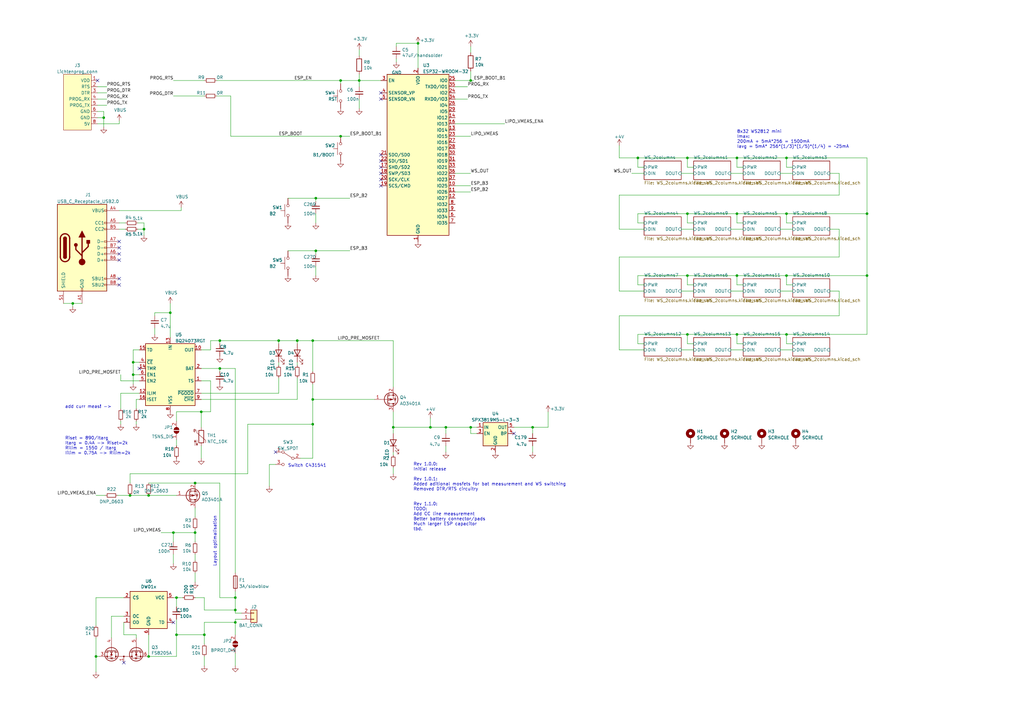
<source format=kicad_sch>
(kicad_sch (version 20230121) (generator eeschema)
  (paper "A3")
  (junction (at 176.53 175.26))
  (junction (at 322.58 113.03))
  (junction (at 90.17 151.13))
  (junction (at 128.27 139.7))
  (junction (at 96.52 250.19))
  (junction (at 322.58 64.77))
  (junction (at 302.26 87.63))
  (junction (at 82.55 168.91))
  (junction (at 171.45 17.78))
  (junction (at 139.7 55.88))
  (junction (at 302.26 113.03))
  (junction (at 355.6 113.03))
  (junction (at 96.52 255.27))
  (junction (at 147.32 33.02))
  (junction (at 302.26 64.77))
  (junction (at 80.01 198.12))
  (junction (at 281.94 64.77))
  (junction (at 193.04 33.02))
  (junction (at 54.61 148.59))
  (junction (at 72.39 260.35))
  (junction (at 42.545 48.26))
  (junction (at 90.17 139.7))
  (junction (at 96.52 245.11))
  (junction (at 281.94 113.03))
  (junction (at 261.62 64.77))
  (junction (at 129.54 102.87))
  (junction (at 161.29 175.26))
  (junction (at 69.85 128.27))
  (junction (at 80.01 218.44))
  (junction (at 129.54 81.28))
  (junction (at 59.055 93.98))
  (junction (at 355.6 87.63))
  (junction (at 72.39 245.11))
  (junction (at 281.94 137.16))
  (junction (at 54.61 153.67))
  (junction (at 281.94 87.63))
  (junction (at 139.7 33.02))
  (junction (at 83.82 260.35))
  (junction (at 71.12 218.44))
  (junction (at 128.27 163.83))
  (junction (at 39.37 269.24))
  (junction (at 182.88 175.26))
  (junction (at 193.04 175.26))
  (junction (at 302.26 137.16))
  (junction (at 114.3 139.7))
  (junction (at 60.96 269.24))
  (junction (at 322.58 137.16))
  (junction (at 53.34 203.2))
  (junction (at 60.96 203.2))
  (junction (at 128.27 173.99))
  (junction (at 218.44 175.26))
  (junction (at 29.845 124.46))
  (junction (at 322.58 87.63))
  (junction (at 121.92 139.7))
  (no_connect (at 156.21 76.2))
  (no_connect (at 48.895 104.14))
  (no_connect (at 210.82 177.8))
  (no_connect (at 156.21 71.12))
  (no_connect (at 40.005 33.02))
  (no_connect (at 57.15 151.13))
  (no_connect (at 48.895 99.06))
  (no_connect (at 71.12 255.27))
  (no_connect (at 156.21 66.04))
  (no_connect (at 156.21 68.58))
  (no_connect (at 50.8 271.78))
  (no_connect (at 156.21 73.66))
  (no_connect (at 156.21 40.64))
  (no_connect (at 48.895 116.84))
  (no_connect (at 48.895 101.6))
  (no_connect (at 48.895 114.3))
  (no_connect (at 48.895 106.68))
  (no_connect (at 113.03 185.42))
  (no_connect (at 156.21 63.5))
  (no_connect (at 156.21 38.1))
  (wire (pts (xy 129.54 91.44) (xy 129.54 87.63)))
  (wire (pts (xy 254 93.98) (xy 264.16 93.98)))
  (wire (pts (xy 147.32 33.02) (xy 147.32 30.48)))
  (wire (pts (xy 281.94 137.16) (xy 281.94 140.97)))
  (wire (pts (xy 113.03 190.5) (xy 110.49 190.5)))
  (wire (pts (xy 254 105.41) (xy 254 119.38)))
  (wire (pts (xy 218.44 175.26) (xy 224.79 175.26)))
  (wire (pts (xy 57.15 143.51) (xy 54.61 143.51)))
  (wire (pts (xy 71.12 227.33) (xy 71.12 231.14)))
  (wire (pts (xy 128.27 139.7) (xy 161.29 139.7)))
  (wire (pts (xy 171.45 27.94) (xy 171.45 17.78)))
  (wire (pts (xy 69.85 128.27) (xy 69.85 138.43)))
  (wire (pts (xy 80.01 222.25) (xy 80.01 218.44)))
  (wire (pts (xy 325.12 140.97) (xy 322.58 140.97)))
  (wire (pts (xy 29.845 124.46) (xy 33.655 124.46)))
  (wire (pts (xy 86.36 168.91) (xy 86.36 156.21)))
  (wire (pts (xy 39.37 269.24) (xy 40.64 269.24)))
  (wire (pts (xy 96.52 255.27) (xy 96.52 260.35)))
  (wire (pts (xy 83.82 273.05) (xy 83.82 269.24)))
  (wire (pts (xy 147.32 33.02) (xy 156.21 33.02)))
  (wire (pts (xy 128.27 163.83) (xy 128.27 173.99)))
  (wire (pts (xy 82.55 163.83) (xy 121.92 163.83)))
  (wire (pts (xy 72.39 180.34) (xy 72.39 182.88)))
  (wire (pts (xy 54.61 143.51) (xy 54.61 148.59)))
  (wire (pts (xy 186.69 71.12) (xy 193.04 71.12)))
  (wire (pts (xy 261.62 113.03) (xy 261.62 116.84)))
  (wire (pts (xy 193.04 19.05) (xy 193.04 21.59)))
  (wire (pts (xy 210.82 175.26) (xy 218.44 175.26)))
  (wire (pts (xy 279.4 93.98) (xy 284.48 93.98)))
  (wire (pts (xy 147.32 20.32) (xy 147.32 22.86)))
  (wire (pts (xy 186.69 33.02) (xy 193.04 33.02)))
  (wire (pts (xy 80.01 218.44) (xy 80.01 217.17)))
  (wire (pts (xy 161.29 191.77) (xy 161.29 194.31)))
  (wire (pts (xy 128.27 173.99) (xy 128.27 187.96)))
  (wire (pts (xy 80.01 212.09) (xy 80.01 208.28)))
  (wire (pts (xy 99.06 251.46) (xy 96.52 251.46)))
  (wire (pts (xy 88.9 33.02) (xy 139.7 33.02)))
  (wire (pts (xy 54.61 153.67) (xy 54.61 157.48)))
  (wire (pts (xy 254 80.01) (xy 254 93.98)))
  (wire (pts (xy 80.01 238.76) (xy 80.01 234.95)))
  (wire (pts (xy 43.815 43.18) (xy 40.005 43.18)))
  (wire (pts (xy 281.94 137.16) (xy 302.26 137.16)))
  (wire (pts (xy 147.32 33.02) (xy 147.32 35.56)))
  (wire (pts (xy 99.06 254) (xy 96.52 254)))
  (wire (pts (xy 344.17 129.54) (xy 254 129.54)))
  (wire (pts (xy 299.72 143.51) (xy 304.8 143.51)))
  (wire (pts (xy 48.895 93.98) (xy 51.435 93.98)))
  (wire (pts (xy 304.8 91.44) (xy 302.26 91.44)))
  (wire (pts (xy 48.895 49.53) (xy 48.895 50.8)))
  (wire (pts (xy 162.56 19.05) (xy 162.56 17.78)))
  (wire (pts (xy 264.16 116.84) (xy 261.62 116.84)))
  (wire (pts (xy 50.8 260.35) (xy 50.8 255.27)))
  (wire (pts (xy 299.72 71.12) (xy 304.8 71.12)))
  (wire (pts (xy 302.26 64.77) (xy 302.26 68.58)))
  (wire (pts (xy 129.54 81.28) (xy 129.54 82.55)))
  (wire (pts (xy 96.52 245.11) (xy 96.52 250.19)))
  (wire (pts (xy 322.58 137.16) (xy 322.58 140.97)))
  (wire (pts (xy 57.15 161.29) (xy 49.53 161.29)))
  (wire (pts (xy 279.4 71.12) (xy 284.48 71.12)))
  (wire (pts (xy 340.36 71.12) (xy 344.17 71.12)))
  (wire (pts (xy 42.545 48.26) (xy 42.545 52.07)))
  (wire (pts (xy 320.04 119.38) (xy 325.12 119.38)))
  (wire (pts (xy 193.04 177.8) (xy 193.04 175.26)))
  (wire (pts (xy 48.895 86.36) (xy 74.295 86.36)))
  (wire (pts (xy 60.96 269.24) (xy 60.96 260.35)))
  (wire (pts (xy 48.26 203.2) (xy 53.34 203.2)))
  (wire (pts (xy 83.82 260.35) (xy 83.82 255.27)))
  (wire (pts (xy 193.04 78.74) (xy 186.69 78.74)))
  (wire (pts (xy 224.79 168.91) (xy 224.79 175.26)))
  (wire (pts (xy 261.62 87.63) (xy 281.94 87.63)))
  (wire (pts (xy 39.37 245.11) (xy 50.8 245.11)))
  (wire (pts (xy 281.94 64.77) (xy 281.94 68.58)))
  (wire (pts (xy 121.92 149.86) (xy 121.92 148.59)))
  (wire (pts (xy 82.55 143.51) (xy 86.36 143.51)))
  (wire (pts (xy 29.845 124.46) (xy 29.845 125.73)))
  (wire (pts (xy 264.16 91.44) (xy 261.62 91.44)))
  (wire (pts (xy 90.17 198.12) (xy 90.17 245.11)))
  (wire (pts (xy 26.035 124.46) (xy 29.845 124.46)))
  (wire (pts (xy 71.12 245.11) (xy 72.39 245.11)))
  (wire (pts (xy 218.44 175.26) (xy 218.44 177.8)))
  (wire (pts (xy 322.58 64.77) (xy 322.58 68.58)))
  (wire (pts (xy 302.26 137.16) (xy 302.26 140.97)))
  (wire (pts (xy 344.17 119.38) (xy 344.17 129.54)))
  (wire (pts (xy 355.6 87.63) (xy 355.6 64.77)))
  (wire (pts (xy 281.94 64.77) (xy 261.62 64.77)))
  (wire (pts (xy 96.52 242.57) (xy 96.52 245.11)))
  (wire (pts (xy 147.32 44.45) (xy 147.32 40.64)))
  (wire (pts (xy 40.005 45.72) (xy 42.545 45.72)))
  (wire (pts (xy 39.37 275.59) (xy 39.37 269.24)))
  (wire (pts (xy 83.82 250.19) (xy 83.82 245.11)))
  (wire (pts (xy 325.12 68.58) (xy 322.58 68.58)))
  (wire (pts (xy 94.615 55.88) (xy 139.7 55.88)))
  (wire (pts (xy 182.88 175.26) (xy 193.04 175.26)))
  (wire (pts (xy 54.61 148.59) (xy 54.61 153.67)))
  (wire (pts (xy 86.36 156.21) (xy 82.55 156.21)))
  (wire (pts (xy 53.34 194.31) (xy 53.34 198.12)))
  (wire (pts (xy 302.26 87.63) (xy 302.26 91.44)))
  (wire (pts (xy 59.055 93.98) (xy 59.055 91.44)))
  (wire (pts (xy 49.53 172.72) (xy 49.53 173.99)))
  (wire (pts (xy 114.3 149.86) (xy 114.3 148.59)))
  (wire (pts (xy 355.6 137.16) (xy 355.6 113.03)))
  (wire (pts (xy 114.3 139.7) (xy 114.3 140.97)))
  (wire (pts (xy 90.17 139.7) (xy 90.17 140.97)))
  (wire (pts (xy 74.295 85.09) (xy 74.295 86.36)))
  (wire (pts (xy 82.55 161.29) (xy 114.3 161.29)))
  (wire (pts (xy 101.6 173.99) (xy 101.6 194.31)))
  (wire (pts (xy 186.69 40.64) (xy 191.77 40.64)))
  (wire (pts (xy 261.62 87.63) (xy 261.62 91.44)))
  (wire (pts (xy 322.58 87.63) (xy 355.6 87.63)))
  (wire (pts (xy 40.005 38.1) (xy 43.815 38.1)))
  (wire (pts (xy 193.04 76.2) (xy 186.69 76.2)))
  (wire (pts (xy 90.17 152.4) (xy 90.17 151.13)))
  (wire (pts (xy 51.435 91.44) (xy 48.895 91.44)))
  (wire (pts (xy 86.36 168.91) (xy 82.55 168.91)))
  (wire (pts (xy 39.37 203.2) (xy 43.18 203.2)))
  (wire (pts (xy 129.54 81.28) (xy 143.51 81.28)))
  (wire (pts (xy 39.37 261.62) (xy 39.37 269.24)))
  (wire (pts (xy 80.01 245.11) (xy 83.82 245.11)))
  (wire (pts (xy 261.62 137.16) (xy 281.94 137.16)))
  (wire (pts (xy 193.04 55.88) (xy 186.69 55.88)))
  (wire (pts (xy 129.54 113.03) (xy 129.54 109.22)))
  (wire (pts (xy 162.56 24.13) (xy 162.56 25.4)))
  (wire (pts (xy 53.34 203.2) (xy 60.96 203.2)))
  (wire (pts (xy 161.29 175.26) (xy 161.29 177.8)))
  (wire (pts (xy 261.62 113.03) (xy 281.94 113.03)))
  (wire (pts (xy 72.39 260.35) (xy 83.82 260.35)))
  (wire (pts (xy 45.72 261.62) (xy 45.72 252.73)))
  (wire (pts (xy 82.55 182.88) (xy 82.55 187.96)))
  (wire (pts (xy 40.005 48.26) (xy 42.545 48.26)))
  (wire (pts (xy 55.88 261.62) (xy 55.88 260.35)))
  (wire (pts (xy 344.17 105.41) (xy 254 105.41)))
  (wire (pts (xy 147.32 33.02) (xy 139.7 33.02)))
  (wire (pts (xy 90.17 151.13) (xy 96.52 151.13)))
  (wire (pts (xy 279.4 119.38) (xy 284.48 119.38)))
  (wire (pts (xy 302.26 113.03) (xy 322.58 113.03)))
  (wire (pts (xy 83.82 255.27) (xy 96.52 255.27)))
  (wire (pts (xy 302.26 137.16) (xy 322.58 137.16)))
  (wire (pts (xy 161.29 175.26) (xy 176.53 175.26)))
  (wire (pts (xy 59.055 96.52) (xy 59.055 93.98)))
  (wire (pts (xy 121.92 139.7) (xy 121.92 140.97)))
  (wire (pts (xy 193.04 33.02) (xy 194.31 33.02)))
  (wire (pts (xy 57.15 153.67) (xy 54.61 153.67)))
  (wire (pts (xy 69.85 124.46) (xy 69.85 128.27)))
  (wire (pts (xy 302.26 64.77) (xy 281.94 64.77)))
  (wire (pts (xy 80.01 229.87) (xy 80.01 227.33)))
  (wire (pts (xy 82.55 168.91) (xy 72.39 168.91)))
  (wire (pts (xy 110.49 190.5) (xy 110.49 199.39)))
  (wire (pts (xy 344.17 71.12) (xy 344.17 80.01)))
  (wire (pts (xy 83.82 250.19) (xy 96.52 250.19)))
  (wire (pts (xy 60.96 203.2) (xy 72.39 203.2)))
  (wire (pts (xy 261.62 64.77) (xy 261.62 68.58)))
  (wire (pts (xy 281.94 113.03) (xy 302.26 113.03)))
  (wire (pts (xy 40.005 35.56) (xy 43.815 35.56)))
  (wire (pts (xy 55.88 172.72) (xy 55.88 173.99)))
  (wire (pts (xy 322.58 87.63) (xy 322.58 91.44)))
  (wire (pts (xy 114.3 154.94) (xy 114.3 161.29)))
  (wire (pts (xy 281.94 113.03) (xy 281.94 116.84)))
  (wire (pts (xy 128.27 139.7) (xy 128.27 152.4)))
  (wire (pts (xy 254 129.54) (xy 254 143.51)))
  (wire (pts (xy 96.52 254) (xy 96.52 255.27)))
  (wire (pts (xy 118.11 102.87) (xy 129.54 102.87)))
  (wire (pts (xy 302.26 87.63) (xy 322.58 87.63)))
  (wire (pts (xy 176.53 175.26) (xy 182.88 175.26)))
  (wire (pts (xy 82.55 151.13) (xy 90.17 151.13)))
  (wire (pts (xy 281.94 87.63) (xy 281.94 91.44)))
  (wire (pts (xy 344.17 93.98) (xy 340.36 93.98)))
  (wire (pts (xy 45.72 252.73) (xy 50.8 252.73)))
  (wire (pts (xy 171.45 17.78) (xy 162.56 17.78)))
  (wire (pts (xy 90.17 139.7) (xy 114.3 139.7)))
  (wire (pts (xy 55.88 163.83) (xy 55.88 167.64)))
  (wire (pts (xy 71.12 218.44) (xy 80.01 218.44)))
  (wire (pts (xy 161.29 158.75) (xy 161.29 139.7)))
  (wire (pts (xy 40.005 50.8) (xy 48.895 50.8)))
  (wire (pts (xy 72.39 254) (xy 72.39 260.35)))
  (wire (pts (xy 72.39 245.11) (xy 74.93 245.11)))
  (wire (pts (xy 186.69 50.8) (xy 207.01 50.8)))
  (wire (pts (xy 186.69 35.56) (xy 191.77 35.56)))
  (wire (pts (xy 128.27 187.96) (xy 123.19 187.96)))
  (wire (pts (xy 86.36 139.7) (xy 90.17 139.7)))
  (wire (pts (xy 121.92 154.94) (xy 121.92 163.83)))
  (wire (pts (xy 254 64.77) (xy 261.62 64.77)))
  (wire (pts (xy 42.545 45.72) (xy 42.545 48.26)))
  (wire (pts (xy 320.04 93.98) (xy 325.12 93.98)))
  (wire (pts (xy 322.58 113.03) (xy 355.6 113.03)))
  (wire (pts (xy 281.94 87.63) (xy 302.26 87.63)))
  (wire (pts (xy 71.12 218.44) (xy 71.12 222.25)))
  (wire (pts (xy 193.04 177.8) (xy 195.58 177.8)))
  (wire (pts (xy 259.08 71.12) (xy 264.16 71.12)))
  (wire (pts (xy 284.48 91.44) (xy 281.94 91.44)))
  (wire (pts (xy 261.62 137.16) (xy 261.62 140.97)))
  (wire (pts (xy 121.92 139.7) (xy 114.3 139.7)))
  (wire (pts (xy 304.8 68.58) (xy 302.26 68.58)))
  (wire (pts (xy 63.5 128.27) (xy 69.85 128.27)))
  (wire (pts (xy 63.5 137.16) (xy 63.5 134.62)))
  (wire (pts (xy 63.5 129.54) (xy 63.5 128.27)))
  (wire (pts (xy 193.04 29.21) (xy 193.04 33.02)))
  (wire (pts (xy 57.15 156.21) (xy 49.53 156.21)))
  (wire (pts (xy 161.29 168.91) (xy 161.29 175.26)))
  (wire (pts (xy 344.17 80.01) (xy 254 80.01)))
  (wire (pts (xy 182.88 185.42) (xy 182.88 182.88)))
  (wire (pts (xy 80.01 198.12) (xy 90.17 198.12)))
  (wire (pts (xy 161.29 185.42) (xy 161.29 186.69)))
  (wire (pts (xy 96.52 267.97) (xy 96.52 273.05)))
  (wire (pts (xy 43.815 40.64) (xy 40.005 40.64)))
  (wire (pts (xy 49.53 156.21) (xy 49.53 153.67)))
  (wire (pts (xy 66.04 218.44) (xy 71.12 218.44)))
  (wire (pts (xy 254 143.51) (xy 264.16 143.51)))
  (wire (pts (xy 299.72 119.38) (xy 304.8 119.38)))
  (wire (pts (xy 71.12 33.02) (xy 83.82 33.02)))
  (wire (pts (xy 39.37 245.11) (xy 39.37 256.54)))
  (wire (pts (xy 129.54 102.87) (xy 143.51 102.87)))
  (wire (pts (xy 344.17 93.98) (xy 344.17 105.41)))
  (wire (pts (xy 304.8 116.84) (xy 302.26 116.84)))
  (wire (pts (xy 355.6 64.77) (xy 322.58 64.77)))
  (wire (pts (xy 96.52 251.46) (xy 96.52 250.19)))
  (wire (pts (xy 57.15 163.83) (xy 55.88 163.83)))
  (wire (pts (xy 299.72 93.98) (xy 304.8 93.98)))
  (wire (pts (xy 182.88 177.8) (xy 182.88 175.26)))
  (wire (pts (xy 72.39 260.35) (xy 72.39 269.24)))
  (wire (pts (xy 139.7 55.88) (xy 143.51 55.88)))
  (wire (pts (xy 193.04 175.26) (xy 195.58 175.26)))
  (wire (pts (xy 254 59.69) (xy 254 64.77)))
  (wire (pts (xy 139.7 33.02) (xy 139.7 34.29)))
  (wire (pts (xy 355.6 113.03) (xy 355.6 87.63)))
  (wire (pts (xy 320.04 143.51) (xy 325.12 143.51)))
  (wire (pts (xy 128.27 163.83) (xy 153.67 163.83)))
  (wire (pts (xy 176.53 171.45) (xy 176.53 175.26)))
  (wire (pts (xy 72.39 245.11) (xy 72.39 248.92)))
  (wire (pts (xy 96.52 245.11) (xy 90.17 245.11)))
  (wire (pts (xy 284.48 140.97) (xy 281.94 140.97)))
  (wire (pts (xy 82.55 175.26) (xy 82.55 168.91)))
  (wire (pts (xy 72.39 168.91) (xy 72.39 172.72)))
  (wire (pts (xy 60.96 198.12) (xy 80.01 198.12)))
  (wire (pts (xy 128.27 173.99) (xy 101.6 173.99)))
  (wire (pts (xy 56.515 93.98) (xy 59.055 93.98)))
  (wire (pts (xy 304.8 140.97) (xy 302.26 140.97)))
  (wire (pts (xy 279.4 143.51) (xy 284.48 143.51)))
  (wire (pts (xy 284.48 116.84) (xy 281.94 116.84)))
  (wire (pts (xy 55.88 260.35) (xy 50.8 260.35)))
  (wire (pts (xy 325.12 91.44) (xy 322.58 91.44)))
  (wire (pts (xy 322.58 113.03) (xy 322.58 116.84)))
  (wire (pts (xy 320.04 71.12) (xy 325.12 71.12)))
  (wire (pts (xy 94.615 39.37) (xy 88.9 39.37)))
  (wire (pts (xy 302.26 113.03) (xy 302.26 116.84)))
  (wire (pts (xy 121.92 139.7) (xy 128.27 139.7)))
  (wire (pts (xy 129.54 102.87) (xy 129.54 104.14)))
  (wire (pts (xy 218.44 185.42) (xy 218.44 182.88)))
  (wire (pts (xy 71.12 39.37) (xy 83.82 39.37)))
  (wire (pts (xy 59.055 91.44) (xy 56.515 91.44)))
  (wire (pts (xy 322.58 137.16) (xy 355.6 137.16)))
  (wire (pts (xy 322.58 64.77) (xy 302.26 64.77)))
  (wire (pts (xy 96.52 151.13) (xy 96.52 234.95)))
  (wire (pts (xy 128.27 157.48) (xy 128.27 163.83)))
  (wire (pts (xy 344.17 119.38) (xy 340.36 119.38)))
  (wire (pts (xy 57.15 148.59) (xy 54.61 148.59)))
  (wire (pts (xy 254 119.38) (xy 264.16 119.38)))
  (wire (pts (xy 264.16 140.97) (xy 261.62 140.97)))
  (wire (pts (xy 86.36 143.51) (xy 86.36 139.7)))
  (wire (pts (xy 101.6 194.31) (xy 53.34 194.31)))
  (wire (pts (xy 49.53 161.29) (xy 49.53 167.64)))
  (wire (pts (xy 72.39 269.24) (xy 60.96 269.24)))
  (wire (pts (xy 284.48 68.58) (xy 281.94 68.58)))
  (wire (pts (xy 264.16 68.58) (xy 261.62 68.58)))
  (wire (pts (xy 325.12 116.84) (xy 322.58 116.84)))
  (wire (pts (xy 118.11 81.28) (xy 129.54 81.28)))
  (wire (pts (xy 94.615 55.88) (xy 94.615 39.37)))
  (wire (pts (xy 83.82 264.16) (xy 83.82 260.35)))
  (text "Switch C431541" (at 118.11 191.77 0) (effects (font (size 1.27 1.27)) (justify left bottom)))
  (text "Riset = 890/Itarg\nItarg = 0.4A -> Riset=2k\nRilim = 1550 / Itarg\nIilim = 0.75A -> Rilim=2k" (at 26.67 186.69 0) (effects (font (size 1.27 1.27)) (justify left bottom)))
  (text "8x32 WS2812 mini\nImax:\n200mA + 5mA*256 = 1500mA\nIavg = 5mA* 256*(1/3)*(1/5)*(1/4) = ~25mA" (at 302.26 60.96 0) (effects (font (size 1.27 1.27)) (justify left bottom)))
  (text "Layout optimalisation" (at 88.9 232.41 90) (effects (font (size 1.27 1.27)) (justify left bottom)))
  (text "add curr meas! ->" (at 26.67 167.64 0) (effects (font (size 1.27 1.27)) (justify left bottom)))
  (text "Rev 1.0.0:\nInitial release\n\nRev 1.0.1:\nAdded aditional mosfets for bat measurement and WS switching\nRemoved DTR/RTS circuitry\n\n\nRev 1.1.0:\nTODO:\nAdd CC line measurement\nBetter battery connector/pads\nMuch larger ESP capacitor\ntbd." (at 169.545 217.805 0) (effects (font (size 1.27 1.27)) (justify left bottom)))
  (label "ESP_EN" (at 120.65 33.02 0))
  (label "LIPO_PRE_MOSFET" (at 138.43 139.7 0))
  (label "LIPO_VMEAS" (at 66.04 218.44 180))
  (label "WS_OUT" (at 193.04 71.12 0))
  (label "LIPO_VMEAS_ENA" (at 39.37 203.2 180))
  (label "PROG_DTR" (at 43.815 38.1 0))
  (label "ESP_B2" (at 193.04 78.74 0))
  (label "ESP_B3" (at 193.04 76.2 0))
  (label "ESP_BOOT_B1" (at 143.51 55.88 0))
  (label "PROG_TX" (at 191.77 40.64 0))
  (label "PROG_TX" (at 43.815 43.18 0))
  (label "PROG_RX" (at 43.815 40.64 0))
  (label "LIPO_VMEAS" (at 193.04 55.88 0))
  (label "PROG_RTS" (at 71.12 33.02 180))
  (label "ESP_BOOT_B1" (at 194.31 33.02 0))
  (label "ESP_B3" (at 143.51 102.87 0))
  (label "WS_OUT" (at 259.08 71.12 180))
  (label "PROG_RTS" (at 43.815 35.56 0))
  (label "PROG_DTR" (at 71.12 39.37 180))
  (label "LIPO_VMEAS_ENA" (at 207.01 50.8 0))
  (label "ESP_B2" (at 143.51 81.28 0))
  (label "ESP_BOOT" (at 114.3 55.88 0))
  (label "LIPO_PRE_MOSFET" (at 49.53 153.67 180))
  (label "PROG_RX" (at 191.77 35.56 0))
  (symbol (lib_id "Device:R_Small") (at 86.36 39.37 270) (mirror x) (unit 1)
    (property "Reference" "R11" (at 82.55 38.1 90))
    (property "Value" "0R" (at 90.17 38.1 90))
    (property "Footprint" "Resistor_SMD:R_0603_1608Metric_Pad0.98x0.95mm_HandSolder" (effects hide))
    (property "LCSC" "C25117" (effects hide))
  )
  (symbol (lib_id "Device:R_Small") (at 53.975 93.98 90) (mirror x) (unit 1)
    (property "Reference" "R5" (at 52.705 96.1431 90))
    (property "Value" "5.1k" (at 56.515 95.908 90))
    (property "Footprint" "Resistor_SMD:R_0201_0603Metric" (effects hide))
    (property "LCSC" "C25117" (effects hide))
  )
  (symbol (lib_id "Device:R_Small") (at 60.96 200.66 0) (mirror x) (unit 1)
    (property "Reference" "R12" (at 63.5 199.39 0))
    (property "Value" "DNP_0603" (at 64.135 201.295 0))
    (property "Footprint" "Resistor_SMD:R_0603_1608Metric_Pad0.98x0.95mm_HandSolder" (effects hide))
    (property "LCSC" "C25117" (effects hide))
  )
  (symbol (lib_id "Device:C_Small") (at 182.88 180.34 0) (mirror y) (unit 1)
    (property "Reference" "C9" (at 180.5559 179.4315 0) (effects (justify left)))
    (property "Value" "4.7u" (at 180.5559 182.2066 0) (effects (justify left)))
    (property "Footprint" "Capacitor_SMD:C_0402_1005Metric" (effects hide))
    (property "LCSC" "C19702" (effects hide))
  )
  (symbol (lib_id "Device:LED") (at 114.3 144.78 90) (unit 1)
    (property "Reference" "D3" (at 113.03 144.78 90) (effects (justify left)))
    (property "Value" "LED" (at 111.76 147.32 0) (effects (justify right)))
    (property "Footprint" "LED_SMD:LED_0603_1608Metric" (effects hide))
  )
  (symbol (lib_name "GND_26") (lib_id "power:GND") (at 118.11 113.03 0) (mirror y) (unit 1)
    (property "Reference" "#PWR0133" (effects hide))
    (property "Value" "GND" (effects hide))
  )
  (symbol (lib_id "Mechanical:MountingHole_Pad") (at 297.18 179.07 0) (unit 1)
    (property "Reference" "H2" (at 299.72 176.9653 0) (effects (justify left)))
    (property "Value" "SCRHOLE" (at 299.72 179.5022 0) (effects (justify left)))
    (property "Footprint" "MountingHole:MountingHole_3.2mm_M3" (effects hide))
  )
  (symbol (lib_id "Jumper:SolderJumper_2_Open") (at 96.52 264.16 90) (unit 1)
    (property "Reference" "JP2" (at 91.44 262.89 90) (effects (justify right)))
    (property "Value" "BPROT_DIS" (at 86.36 266.7 90) (effects (justify right)))
    (property "Footprint" "Jumper:SolderJumper-2_P1.3mm_Open_TrianglePad1.0x1.5mm" (effects hide))
  )
  (symbol (lib_id "Mechanical:MountingHole_Pad") (at 283.21 179.07 0) (unit 1)
    (property "Reference" "H1" (at 285.75 176.9653 0) (effects (justify left)))
    (property "Value" "SCRHOLE" (at 285.75 179.5022 0) (effects (justify left)))
    (property "Footprint" "MountingHole:MountingHole_3.2mm_M3" (effects hide))
  )
  (symbol (lib_name "GND_25") (lib_id "power:GND") (at 129.54 113.03 0) (unit 1)
    (property "Reference" "#PWR0489" (effects hide))
    (property "Value" "GND" (effects hide))
  )
  (symbol (lib_id "Device:R_Small") (at 161.29 189.23 0) (mirror x) (unit 1)
    (property "Reference" "R2" (at 158.3731 187.96 0))
    (property "Value" "10k" (at 157.48 190.5 0))
    (property "Footprint" "Resistor_SMD:R_0201_0603Metric" (effects hide))
    (property "LCSC" "C25768" (effects hide))
  )
  (symbol (lib_id "Jumper:SolderJumper_2_Open") (at 72.39 176.53 90) (unit 1)
    (property "Reference" "JP1" (at 67.31 175.26 90) (effects (justify right)))
    (property "Value" "TSNS_DIS" (at 62.23 179.07 90) (effects (justify right)))
    (property "Footprint" "Jumper:SolderJumper-2_P1.3mm_Open_TrianglePad1.0x1.5mm" (effects hide))
  )
  (symbol (lib_id "power:GND") (at 42.545 52.07 0) (mirror y) (unit 1)
    (property "Reference" "#PWR0104" (effects hide))
    (property "Value" "GND" (effects hide))
  )
  (symbol (lib_id "power:+3.3V") (at 171.45 17.78 0) (unit 1)
    (property "Reference" "#PWR0137" (effects hide))
    (property "Value" "+3.3V" (at 175.26 16.51 0))
  )
  (symbol (lib_id "Device:C_Small") (at 129.54 85.09 0) (unit 1)
    (property "Reference" "C269" (at 124.46 83.82 0) (effects (justify left)))
    (property "Value" "100n" (at 124.46 87.63 0) (effects (justify left)))
    (property "Footprint" "Capacitor_SMD:C_0201_0603Metric" (effects hide))
  )
  (symbol (lib_id "Device:C_Small") (at 71.12 224.79 0) (unit 1)
    (property "Reference" "C271" (at 66.04 223.52 0) (effects (justify left)))
    (property "Value" "100n" (at 64.77 226.06 0) (effects (justify left)))
    (property "Footprint" "Capacitor_SMD:C_0201_0603Metric" (effects hide))
  )
  (symbol (lib_id "Device:LED") (at 121.92 144.78 90) (unit 1)
    (property "Reference" "D4" (at 120.65 144.78 90) (effects (justify left)))
    (property "Value" "LED" (at 119.38 147.32 0) (effects (justify right)))
    (property "Footprint" "LED_SMD:LED_0603_1608Metric" (effects hide))
  )
  (symbol (lib_id "power:GND") (at 49.53 173.99 0) (unit 1)
    (property "Reference" "#PWR0125" (effects hide))
    (property "Value" "GND" (effects hide))
  )
  (symbol (lib_id "power:GND") (at 55.88 173.99 0) (unit 1)
    (property "Reference" "#PWR0124" (effects hide))
    (property "Value" "GND" (effects hide))
  )
  (symbol (lib_id "Device:C_Small") (at 90.17 154.94 0) (unit 1)
    (property "Reference" "C10" (at 90.17 153.67 0) (effects (justify left)))
    (property "Value" "4.7u" (at 91.44 156.21 0) (effects (justify left)))
    (property "Footprint" "Capacitor_SMD:C_0402_1005Metric" (effects hide))
    (property "LCSC" "C19702" (effects hide))
  )
  (symbol (lib_id "Switch:SW_Push") (at 139.7 60.96 90) (unit 1)
    (property "Reference" "SW2" (at 133.35 59.69 90) (effects (justify right)))
    (property "Value" "B1/BOOT" (at 128.27 63.5 90) (effects (justify right)))
    (property "Footprint" "Button_Switch_SMD:SW_SPST_TL3342" (effects hide))
  )
  (symbol (lib_id "Device:C_Small") (at 129.54 106.68 0) (unit 1)
    (property "Reference" "C270" (at 124.46 105.41 0) (effects (justify left)))
    (property "Value" "100n" (at 124.46 109.22 0) (effects (justify left)))
    (property "Footprint" "Capacitor_SMD:C_0201_0603Metric" (effects hide))
  )
  (symbol (lib_id "power:GND") (at 203.2 185.42 0) (unit 1)
    (property "Reference" "#PWR0119" (effects hide))
    (property "Value" "GND" (effects hide))
  )
  (symbol (lib_name "GND_29") (lib_id "power:GND") (at 171.45 99.06 0) (unit 1)
    (property "Reference" "#PWR0123" (effects hide))
    (property "Value" "GND" (effects hide))
  )
  (symbol (lib_id "power:GND") (at 182.88 185.42 0) (mirror y) (unit 1)
    (property "Reference" "#PWR0118" (effects hide))
    (property "Value" "GND" (effects hide))
  )
  (symbol (lib_id "Device:Fuse") (at 96.52 238.76 0) (unit 1)
    (property "Reference" "F1" (at 98.044 237.9253 0) (effects (justify left)))
    (property "Value" "3A/slowblow" (at 98.044 240.4622 0) (effects (justify left)))
    (property "Footprint" "Fuse:Fuse_0603_1608Metric_Pad1.05x0.95mm_HandSolder" (effects hide))
  )
  (symbol (lib_id "Device:R") (at 147.32 26.67 180) (unit 1)
    (property "Reference" "R8" (at 149.098 25.5016 0) (effects (justify right)))
    (property "Value" "10k" (at 149.098 27.813 0) (effects (justify right)))
    (property "Footprint" "Resistor_SMD:R_0201_0603Metric" (effects hide))
  )
  (symbol (lib_id "power:GND") (at 283.21 181.61 0) (mirror y) (unit 1)
    (property "Reference" "#PWR0106" (effects hide))
    (property "Value" "GND" (effects hide))
  )
  (symbol (lib_name "GND_23") (lib_id "power:GND") (at 139.7 66.04 0) (mirror y) (unit 1)
    (property "Reference" "#PWR0120" (effects hide))
    (property "Value" "GND" (effects hide))
  )
  (symbol (lib_id "Device:R_Small") (at 80.01 224.79 0) (mirror y) (unit 1)
    (property "Reference" "R6" (at 78.5114 223.6216 0) (effects (justify left)))
    (property "Value" "10k" (at 78.5114 225.933 0) (effects (justify left)))
    (property "Footprint" "Resistor_SMD:R_0201_0603Metric" (effects hide))
    (property "LCSC" "C25768" (effects hide))
  )
  (symbol (lib_id "Device:C_Small") (at 72.39 251.46 0) (mirror y) (unit 1)
    (property "Reference" "C180" (at 77.47 250.19 0) (effects (justify left)))
    (property "Value" "100n" (at 78.74 252.73 0) (effects (justify left)))
    (property "Footprint" "Capacitor_SMD:C_0201_0603Metric" (effects hide))
  )
  (symbol (lib_id "power:GND") (at 96.52 273.05 0) (mirror y) (unit 1)
    (property "Reference" "#PWR04" (effects hide))
    (property "Value" "GND" (effects hide))
  )
  (symbol (lib_name "GND_25") (lib_id "power:GND") (at 129.54 91.44 0) (unit 1)
    (property "Reference" "#PWR0488" (effects hide))
    (property "Value" "GND" (effects hide))
  )
  (symbol (lib_id "LiPo_protection:DW01x") (at 60.96 250.19 0) (mirror y) (unit 1)
    (property "Reference" "U6" (at 60.96 238.3282 0))
    (property "Value" "DW01x" (at 60.96 240.6396 0))
    (property "Footprint" "Package_TO_SOT_SMD:SOT-23-6" (effects hide))
    (property "Datasheet" "https://datasheet.lcsc.com/szlcsc/Fortune-Semicon-DW01-G_C14213.pdf" (effects hide))
  )
  (symbol (lib_id "Device:R_Small") (at 72.39 185.42 0) (mirror x) (unit 1)
    (property "Reference" "R18" (at 69.4731 184.15 0))
    (property "Value" "10k" (at 68.58 186.69 0))
    (property "Footprint" "Resistor_SMD:R_0201_0603Metric" (effects hide))
    (property "LCSC" "C25768" (effects hide))
  )
  (symbol (lib_id "Device:R_Small") (at 53.975 91.44 90) (unit 1)
    (property "Reference" "R4" (at 52.705 89.2769 90))
    (property "Value" "5.1k" (at 56.515 89.512 90))
    (property "Footprint" "Resistor_SMD:R_0201_0603Metric" (effects hide))
    (property "LCSC" "C25117" (effects hide))
  )
  (symbol (lib_id "Device:R_Small") (at 83.82 266.7 0) (mirror y) (unit 1)
    (property "Reference" "R21" (at 82.3214 265.5316 0) (effects (justify left)))
    (property "Value" "10k" (at 82.3214 267.843 0) (effects (justify left)))
    (property "Footprint" "Resistor_SMD:R_0201_0603Metric" (effects hide))
    (property "LCSC" "C25768" (effects hide))
  )
  (symbol (lib_id "power:GND") (at 39.37 275.59 0) (mirror y) (unit 1)
    (property "Reference" "#PWR0101" (effects hide))
    (property "Value" "GND" (effects hide))
  )
  (symbol (lib_id "power:+3.3V") (at 147.32 20.32 0) (unit 1)
    (property "Reference" "#PWR0135" (effects hide))
    (property "Value" "+3.3V" (at 147.701 15.9258 0))
  )
  (symbol (lib_id "power:+3.3V") (at 193.04 19.05 0) (unit 1)
    (property "Reference" "#PWR0138" (effects hide))
    (property "Value" "+3.3V" (at 193.421 14.6558 0))
  )
  (symbol (lib_id "power:GND") (at 80.01 238.76 0) (mirror y) (unit 1)
    (property "Reference" "#PWR03" (effects hide))
    (property "Value" "GND" (effects hide))
  )
  (symbol (lib_id "Device:C_Small") (at 63.5 132.08 0) (unit 1)
    (property "Reference" "C7" (at 65.8241 131.2516 0) (effects (justify left)))
    (property "Value" "4.7u" (at 65.8241 133.7885 0) (effects (justify left)))
    (property "Footprint" "Capacitor_SMD:C_0402_1005Metric" (effects hide))
    (property "LCSC" "C19702" (effects hide))
  )
  (symbol (lib_id "power:GND") (at 59.055 96.52 0) (unit 1)
    (property "Reference" "#PWR0109" (effects hide))
    (property "Value" "GND" (effects hide))
  )
  (symbol (lib_id "Device:R") (at 193.04 25.4 180) (unit 1)
    (property "Reference" "R7" (at 194.818 24.2316 0) (effects (justify right)))
    (property "Value" "10k" (at 194.818 26.543 0) (effects (justify right)))
    (property "Footprint" "Resistor_SMD:R_0201_0603Metric" (effects hide))
  )
  (symbol (lib_id "Device:R_Small") (at 53.34 200.66 0) (mirror y) (unit 1)
    (property "Reference" "R13" (at 57.15 199.39 0))
    (property "Value" "0R" (at 55.88 201.93 0))
    (property "Footprint" "Resistor_SMD:R_0603_1608Metric_Pad0.98x0.95mm_HandSolder" (effects hide))
    (property "LCSC" "C25117" (effects hide))
  )
  (symbol (lib_id "power:GND") (at 71.12 231.14 0) (mirror y) (unit 1)
    (property "Reference" "#PWR02" (effects hide))
    (property "Value" "GND" (effects hide))
  )
  (symbol (lib_id "Device:R_Small") (at 77.47 245.11 270) (mirror x) (unit 1)
    (property "Reference" "R19" (at 78.6384 243.6114 0) (effects (justify left)))
    (property "Value" "200" (at 76.327 243.6114 0) (effects (justify left)))
    (property "Footprint" "Resistor_SMD:R_0201_0603Metric" (effects hide))
    (property "LCSC" "C25768" (effects hide))
  )
  (symbol (lib_name "GND_25") (lib_id "power:GND") (at 147.32 44.45 0) (unit 1)
    (property "Reference" "#PWR0134" (effects hide))
    (property "Value" "GND" (effects hide))
  )
  (symbol (lib_id "Switch:SW_Push") (at 139.7 39.37 90) (unit 1)
    (property "Reference" "SW4" (at 133.35 38.1 90) (effects (justify right)))
    (property "Value" "RST" (at 134.62 40.64 90) (effects (justify right)))
    (property "Footprint" "Button_Switch_SMD:SW_SPST_FSMSM" (effects hide))
  )
  (symbol (lib_id "Device:R_Small") (at 45.72 203.2 270) (mirror x) (unit 1)
    (property "Reference" "R22" (at 45.72 200.66 90))
    (property "Value" "DNP_0603" (at 45.72 205.74 90))
    (property "Footprint" "Resistor_SMD:R_0603_1608Metric_Pad0.98x0.95mm_HandSolder" (effects hide))
    (property "LCSC" "C25117" (effects hide))
  )
  (symbol (lib_id "power:GND") (at 139.7 44.45 0) (unit 1)
    (property "Reference" "#PWR0115" (effects hide))
    (property "Value" "GND" (effects hide))
  )
  (symbol (lib_id "Connector:USB_C_Receptacle_USB2.0") (at 33.655 101.6 0) (unit 1)
    (property "Reference" "J1" (at 36.1315 79.8534 0))
    (property "Value" "USB_C_Receptacle_USB2.0" (at 36.1315 82.6285 0))
    (property "Footprint" "Connector_USB:USB_C_Receptacle_HRO_TYPE-C-31-M-12" (effects hide))
    (property "Datasheet" "https://www.usb.org/sites/default/files/documents/usb_type-c.zip" (effects hide))
    (property "LCSC" "C165948" (effects hide))
  )
  (symbol (lib_id "power:GND") (at 54.61 157.48 0) (unit 1)
    (property "Reference" "#PWR0127" (effects hide))
    (property "Value" "GND" (effects hide))
  )
  (symbol (lib_id "Device:C_Small") (at 147.32 38.1 0) (unit 1)
    (property "Reference" "C6" (at 142.24 36.83 0) (effects (justify left)))
    (property "Value" "100n" (at 142.24 40.64 0) (effects (justify left)))
    (property "Footprint" "Capacitor_SMD:C_0201_0603Metric" (effects hide))
  )
  (symbol (lib_id "Device:R_Small") (at 86.36 33.02 270) (mirror x) (unit 1)
    (property "Reference" "R9" (at 82.55 31.75 90))
    (property "Value" "0R" (at 90.17 31.75 90))
    (property "Footprint" "Resistor_SMD:R_0603_1608Metric_Pad0.98x0.95mm_HandSolder" (effects hide))
    (property "LCSC" "C25117" (effects hide))
  )
  (symbol (lib_name "GND_26") (lib_id "power:GND") (at 118.11 91.44 0) (mirror y) (unit 1)
    (property "Reference" "#PWR0122" (effects hide))
    (property "Value" "GND" (effects hide))
  )
  (symbol (lib_id "power:GND") (at 90.17 157.48 0) (unit 1)
    (property "Reference" "#PWR0129" (effects hide))
    (property "Value" "GND" (effects hide))
  )
  (symbol (lib_id "power:VBUS") (at 74.295 85.09 0) (unit 1)
    (property "Reference" "#PWR0110" (effects hide))
    (property "Value" "VBUS" (at 74.676 80.6958 0))
  )
  (symbol (lib_id "Device:R_Small") (at 39.37 259.08 180) (unit 1)
    (property "Reference" "R20" (at 36.83 257.81 0))
    (property "Value" "1k" (at 36.195 259.715 0))
    (property "Footprint" "Resistor_SMD:R_0201_0603Metric" (effects hide))
    (property "LCSC" "C25117" (effects hide))
  )
  (symbol (lib_id "Device:R_Small") (at 128.27 154.94 0) (mirror x) (unit 1)
    (property "Reference" "R1" (at 125.3531 153.67 0))
    (property "Value" "10k" (at 124.46 156.21 0))
    (property "Footprint" "Resistor_SMD:R_0201_0603Metric" (effects hide))
    (property "LCSC" "C25768" (effects hide))
  )
  (symbol (lib_id "Device:R_Small") (at 55.88 170.18 0) (mirror x) (unit 1)
    (property "Reference" "R17" (at 58.42 168.91 0))
    (property "Value" "2k" (at 59.055 170.815 0))
    (property "Footprint" "Resistor_SMD:R_0603_1608Metric_Pad0.98x0.95mm_HandSolder" (effects hide))
    (property "LCSC" "C25117" (effects hide))
  )
  (symbol (lib_id "power:GND") (at 218.44 185.42 0) (mirror y) (unit 1)
    (property "Reference" "#PWR0485" (effects hide))
    (property "Value" "GND" (effects hide))
  )
  (symbol (lib_id "Critbit_lib:Lichtenprog_conn") (at 32.385 41.91 0) (unit 1)
    (property "Reference" "J3" (at 31.75 26.831 0))
    (property "Value" "Lichtenprog_conn" (at 31.75 29.3679 0))
    (property "Footprint" "Critbit_lib:Lichtenprog" (effects hide))
  )
  (symbol (lib_id "Device:R_Small") (at 121.92 152.4 0) (mirror x) (unit 1)
    (property "Reference" "R15" (at 119.0031 151.13 0))
    (property "Value" "10k" (at 118.11 153.67 0))
    (property "Footprint" "Resistor_SMD:R_0201_0603Metric" (effects hide))
    (property "LCSC" "C25768" (effects hide))
  )
  (symbol (lib_id "Device:C_Small") (at 90.17 143.51 0) (unit 1)
    (property "Reference" "C8" (at 90.17 142.24 0) (effects (justify left)))
    (property "Value" "4.7u" (at 91.44 144.78 0) (effects (justify left)))
    (property "Footprint" "Capacitor_SMD:C_0402_1005Metric" (effects hide))
    (property "LCSC" "C19702" (effects hide))
  )
  (symbol (lib_id "power:GND") (at 29.845 125.73 0) (unit 1)
    (property "Reference" "#PWR0108" (effects hide))
    (property "Value" "GND" (effects hide))
  )
  (symbol (lib_id "power:GND") (at 312.42 181.61 0) (mirror y) (unit 1)
    (property "Reference" "#PWR0102" (effects hide))
    (property "Value" "GND" (effects hide))
  )
  (symbol (lib_id "Battery_Management:BQ24073RGT") (at 69.85 153.67 0) (unit 1)
    (property "Reference" "U5" (at 71.8694 137.2702 0) (effects (justify left)))
    (property "Value" "BQ24073RGT" (at 71.8694 139.8071 0) (effects (justify left)))
    (property "Footprint" "Package_DFN_QFN:VQFN-16-1EP_3x3mm_P0.5mm_EP1.6x1.6mm_ThermalVias" (effects hide))
    (property "Datasheet" "http://www.ti.com/lit/ds/symlink/bq24073.pdf" (effects hide))
  )
  (symbol (lib_id "power:GND") (at 110.49 199.39 0) (mirror y) (unit 1)
    (property "Reference" "#PWR01" (effects hide))
    (property "Value" "GND" (effects hide))
  )
  (symbol (lib_id "power:GND") (at 72.39 187.96 0) (unit 1)
    (property "Reference" "#PWR0130" (effects hide))
    (property "Value" "GND" (effects hide))
  )
  (symbol (lib_id "Device:R_Small") (at 114.3 152.4 0) (mirror x) (unit 1)
    (property "Reference" "R14" (at 111.3831 151.13 0))
    (property "Value" "10k" (at 110.49 153.67 0))
    (property "Footprint" "Resistor_SMD:R_0201_0603Metric" (effects hide))
    (property "LCSC" "C25768" (effects hide))
  )
  (symbol (lib_id "Device:Thermistor_NTC") (at 82.55 179.07 0) (unit 1)
    (property "Reference" "TH1" (at 84.963 178.5528 0) (effects (justify left)))
    (property "Value" "NTC_10K" (at 84.963 181.0897 0) (effects (justify left)))
    (property "Footprint" "TestPoint:TestPoint_2Pads_Pitch2.54mm_Drill0.8mm" (effects hide))
  )
  (symbol (lib_id "LiPo_protection:FS8205A") (at 50.8 266.7 270) (unit 1)
    (property "Reference" "Q3" (at 62.0776 265.5316 90) (effects (justify left)))
    (property "Value" "FS8205A" (at 62.0776 267.843 90) (effects (justify left)))
    (property "Footprint" "Package_SO:TSSOP-8_4.4x3mm_P0.65mm" (effects hide))
    (property "Datasheet" "https://www.ic-fortune.com/upload/Download/FS8205A-DS-12_EN.pdf" (effects hide))
  )
  (symbol (lib_id "Switch:SW_Push") (at 118.11 107.95 90) (unit 1)
    (property "Reference" "SW5" (at 111.76 106.68 90) (effects (justify right)))
    (property "Value" "B2" (at 110.49 109.22 90) (effects (justify right)))
    (property "Footprint" "Button_Switch_SMD:SW_SPST_TL3342" (effects hide))
  )
  (symbol (lib_id "power:GND") (at 82.55 187.96 0) (unit 1)
    (property "Reference" "#PWR0126" (effects hide))
    (property "Value" "GND" (effects hide))
  )
  (symbol (lib_id "power:GND") (at 83.82 273.05 0) (mirror y) (unit 1)
    (property "Reference" "#PWR0487" (effects hide))
    (property "Value" "GND" (effects hide))
  )
  (symbol (lib_id "Switch:SW_Push") (at 118.11 86.36 90) (unit 1)
    (property "Reference" "SW1" (at 111.76 85.09 90) (effects (justify right)))
    (property "Value" "B2" (at 110.49 87.63 90) (effects (justify right)))
    (property "Footprint" "Button_Switch_SMD:SW_SPST_TL3342" (effects hide))
  )
  (symbol (lib_id "power:+3.3V") (at 224.79 168.91 0) (unit 1)
    (property "Reference" "#PWR0113" (effects hide))
    (property "Value" "+3.3V" (at 228.6 167.64 0))
  )
  (symbol (lib_id "Mechanical:MountingHole_Pad") (at 312.42 179.07 0) (unit 1)
    (property "Reference" "H3" (at 314.96 176.9653 0) (effects (justify left)))
    (property "Value" "SCRHOLE" (at 314.96 179.5022 0) (effects (justify left)))
    (property "Footprint" "MountingHole:MountingHole_3.2mm_M3" (effects hide))
  )
  (symbol (lib_id "power:GND") (at 69.85 168.91 0) (unit 1)
    (property "Reference" "#PWR0131" (effects hide))
    (property "Value" "GND" (effects hide))
  )
  (symbol (lib_id "Device:LED") (at 161.29 181.61 90) (unit 1)
    (property "Reference" "D1" (at 160.02 181.61 90) (effects (justify left)))
    (property "Value" "LED" (at 158.75 184.15 0) (effects (justify right)))
    (property "Footprint" "LED_SMD:LED_0603_1608Metric" (effects hide))
  )
  (symbol (lib_id "power:VBUS") (at 48.895 49.53 0) (unit 1)
    (property "Reference" "#PWR0103" (effects hide))
    (property "Value" "VBUS" (at 49.276 45.1358 0))
  )
  (symbol (lib_id "Device:C_Small") (at 162.56 21.59 0) (unit 1)
    (property "Reference" "C5" (at 164.8968 20.4216 0) (effects (justify left)))
    (property "Value" "47uF/handsolder" (at 164.8968 22.733 0) (effects (justify left)))
    (property "Footprint" "Capacitor_SMD:C_1210_3225Metric_Pad1.33x2.70mm_HandSolder" (effects hide))
  )
  (symbol (lib_id "Mechanical:MountingHole_Pad") (at 326.39 179.07 0) (unit 1)
    (property "Reference" "H4" (at 328.93 176.9653 0) (effects (justify left)))
    (property "Value" "SCRHOLE" (at 328.93 179.5022 0) (effects (justify left)))
    (property "Footprint" "MountingHole:MountingHole_3.2mm_M3" (effects hide))
  )
  (symbol (lib_id "Transistor_FET:AO3401A") (at 77.47 203.2 0) (mirror x) (unit 1)
    (property "Reference" "Q5" (at 82.677 202.3653 0) (effects (justify left)))
    (property "Value" "AO3401A" (at 82.677 204.9022 0) (effects (justify left)))
    (property "Footprint" "Package_TO_SOT_SMD:SOT-23" (effects hide))
    (property "Datasheet" "http://www.aosmd.com/pdfs/datasheet/AO3401A.pdf" (effects hide))
  )
  (symbol (lib_id "Device:R_Small") (at 80.01 232.41 0) (mirror y) (unit 1)
    (property "Reference" "R10" (at 78.5114 231.2416 0) (effects (justify left)))
    (property "Value" "10k" (at 78.5114 233.553 0) (effects (justify left)))
    (property "Footprint" "Resistor_SMD:R_0201_0603Metric" (effects hide))
    (property "LCSC" "C25768" (effects hide))
  )
  (symbol (lib_id "Device:R_Small") (at 80.01 214.63 0) (mirror y) (unit 1)
    (property "Reference" "R3" (at 78.5114 213.4616 0) (effects (justify left)))
    (property "Value" "10k" (at 78.5114 215.773 0) (effects (justify left)))
    (property "Footprint" "Resistor_SMD:R_0201_0603Metric" (effects hide))
    (property "LCSC" "C25768" (effects hide))
  )
  (symbol (lib_id "power:+4V") (at 176.53 171.45 0) (unit 1)
    (property "Reference" "#PWR0128" (effects hide))
    (property "Value" "+4V" (at 176.53 167.8742 0))
  )
  (symbol (lib_id "power:GND") (at 326.39 181.61 0) (mirror y) (unit 1)
    (property "Reference" "#PWR0107" (effects hide))
    (property "Value" "GND" (effects hide))
  )
  (symbol (lib_id "Regulator_Linear:SPX3819M5-L-3-3") (at 203.2 177.8 0) (unit 1)
    (property "Reference" "U4" (at 203.2 169.6552 0))
    (property "Value" "SPX3819M5-L-3-3" (at 203.2 172.1921 0))
    (property "Footprint" "Package_TO_SOT_SMD:SOT-23-5" (effects hide))
    (property "Datasheet" "https://www.exar.com/content/document.ashx?id=22106&languageid=1033&type=Datasheet&partnumber=SPX3819&filename=SPX3819.pdf&part=SPX3819" (effects hide))
  )
  (symbol (lib_id "Device:C_Small") (at 218.44 180.34 0) (mirror y) (unit 1)
    (property "Reference" "C179" (at 216.1159 179.4315 0) (effects (justify left)))
    (property "Value" "4.7u" (at 216.1159 182.2066 0) (effects (justify left)))
    (property "Footprint" "Capacitor_SMD:C_0402_1005Metric" (effects hide))
    (property "LCSC" "C19702" (effects hide))
  )
  (symbol (lib_id "RF_Module:ESP32-WROOM-32") (at 171.45 63.5 0) (unit 1)
    (property "Reference" "U3" (at 173.4694 26.7802 0) (effects (justify left)))
    (property "Value" "ESP32-WROOM-32" (at 173.4694 29.3171 0) (effects (justify left)))
    (property "Footprint" "RF_Module:ESP32-WROOM-32" (effects hide))
    (property "Datasheet" "https://www.espressif.com/sites/default/files/documentation/esp32-wroom-32_datasheet_en.pdf" (effects hide))
  )
  (symbol (lib_id "power:GND") (at 297.18 181.61 0) (mirror y) (unit 1)
    (property "Reference" "#PWR0105" (effects hide))
    (property "Value" "GND" (effects hide))
  )
  (symbol (lib_id "power:GND") (at 90.17 146.05 0) (unit 1)
    (property "Reference" "#PWR0117" (effects hide))
    (property "Value" "GND" (effects hide))
  )
  (symbol (lib_id "Connector_Generic:Conn_01x02") (at 104.14 254 0) (mirror x) (unit 1)
    (property "Reference" "J2" (at 104.14 248.92 0))
    (property "Value" "BAT_CONN" (at 102.87 256.54 0))
    (property "Footprint" "Connector_JST:JST_PH_S2B-PH-K_1x02_P2.00mm_Horizontal" (effects hide))
  )
  (symbol (lib_name "GND_22") (lib_id "power:GND") (at 162.56 25.4 0) (unit 1)
    (property "Reference" "#PWR0136" (effects hide))
    (property "Value" "GND" (at 162.687 29.7942 0))
  )
  (symbol (lib_id "power:VBUS") (at 69.85 124.46 0) (unit 1)
    (property "Reference" "#PWR0170" (effects hide))
    (property "Value" "VBUS" (at 70.231 120.0658 0))
  )
  (symbol (lib_id "Transistor_FET:AO3401A") (at 158.75 163.83 0) (mirror x) (unit 1)
    (property "Reference" "Q4" (at 163.957 162.9953 0) (effects (justify left)))
    (property "Value" "AO3401A" (at 163.957 165.5322 0) (effects (justify left)))
    (property "Footprint" "Package_TO_SOT_SMD:SOT-23" (effects hide))
    (property "Datasheet" "http://www.aosmd.com/pdfs/datasheet/AO3401A.pdf" (effects hide))
  )
  (symbol (lib_id "power:GND") (at 161.29 194.31 0) (mirror y) (unit 1)
    (property "Reference" "#PWR0112" (effects hide))
    (property "Value" "GND" (effects hide))
  )
  (symbol (lib_id "power:GND") (at 63.5 137.16 0) (unit 1)
    (property "Reference" "#PWR0132" (effects hide))
    (property "Value" "GND" (effects hide))
  )
  (symbol (lib_id "Switch:SW_SPDT") (at 118.11 187.96 0) (mirror y) (unit 1)
    (property "Reference" "SW3" (at 118.11 181.3392 0))
    (property "Value" "SW_SPDT" (at 118.11 183.8761 0))
    (property "Footprint" "Button_Switch_SMD:SW_SPDT_PCM12" (effects hide))
  )
  (symbol (lib_id "power:+4V") (at 254 59.69 0) (unit 1)
    (property "Reference" "#PWR0114" (effects hide))
    (property "Value" "+4V" (at 254 56.1142 0))
  )
  (symbol (lib_id "Device:R_Small") (at 49.53 170.18 0) (mirror x) (unit 1)
    (property "Reference" "R16" (at 52.07 168.91 0))
    (property "Value" "2k" (at 52.705 170.815 0))
    (property "Footprint" "Resistor_SMD:R_0603_1608Metric_Pad0.98x0.95mm_HandSolder" (effects hide))
    (property "LCSC" "C25117" (effects hide))
  )
  (sheet (at 264.16 138.43) (size 15.24 7.62) (stroke (width 0.1524))
    (property "Sheetname" "WS_2columns12" (at 264.16 137.7184 0) (effects (justify left bottom)))
    (property "Sheetfile" "WS_2columns.kicad_sch" (at 264.16 146.6346 0) (effects (justify left top)))
    (pin "DIN" input (at 264.16 143.51 180))
    (pin "PWR" input (at 264.16 140.97 180))
    (pin "DOUT" input (at 279.4 143.51 0))
  )
  (sheet (at 304.8 88.9) (size 15.24 7.62) (stroke (width 0.1524))
    (property "Sheetname" "WS_2columns5" (at 304.8 88.1884 0) (effects (justify left bottom)))
    (property "Sheetfile" "WS_2columns.kicad_sch" (at 304.8 97.1046 0) (effects (justify left top)))
    (pin "DIN" input (at 304.8 93.98 180))
    (pin "PWR" input (at 304.8 91.44 180))
    (pin "DOUT" input (at 320.04 93.98 0))
  )
  (sheet (at 325.12 114.3) (size 15.24 7.62) (stroke (width 0.1524))
    (property "Sheetname" "WS_2columns10" (at 325.12 113.5884 0) (effects (justify left bottom)))
    (property "Sheetfile" "WS_2columns.kicad_sch" (at 325.12 122.5046 0) (effects (justify left top)))
    (pin "DIN" input (at 325.12 119.38 180))
    (pin "PWR" input (at 325.12 116.84 180))
    (pin "DOUT" input (at 340.36 119.38 0))
  )
  (sheet (at 325.12 66.04) (size 15.24 7.62) (stroke (width 0.1524))
    (property "Sheetname" "WS_2columns3" (at 325.12 65.3284 0) (effects (justify left bottom)))
    (property "Sheetfile" "WS_2columns.kicad_sch" (at 325.12 74.2446 0) (effects (justify left top)))
    (pin "DIN" input (at 325.12 71.12 180))
    (pin "PWR" input (at 325.12 68.58 180))
    (pin "DOUT" input (at 340.36 71.12 0))
  )
  (sheet (at 284.48 138.43) (size 15.24 7.62) (stroke (width 0.1524))
    (property "Sheetname" "WS_2columns13" (at 284.48 137.7184 0) (effects (justify left bottom)))
    (property "Sheetfile" "WS_2columns.kicad_sch" (at 284.48 146.6346 0) (effects (justify left top)))
    (pin "DIN" input (at 284.48 143.51 180))
    (pin "PWR" input (at 284.48 140.97 180))
    (pin "DOUT" input (at 299.72 143.51 0))
  )
  (sheet (at 284.48 88.9) (size 15.24 7.62) (stroke (width 0.1524))
    (property "Sheetname" "WS_2columns9" (at 284.48 88.1884 0) (effects (justify left bottom)))
    (property "Sheetfile" "WS_2columns.kicad_sch" (at 284.48 97.1046 0) (effects (justify left top)))
    (pin "DIN" input (at 284.48 93.98 180))
    (pin "PWR" input (at 284.48 91.44 180))
    (pin "DOUT" input (at 299.72 93.98 0))
  )
  (sheet (at 325.12 138.43) (size 15.24 7.62) (stroke (width 0.1524))
    (property "Sheetname" "WS_2columns14" (at 325.12 137.7184 0) (effects (justify left bottom)))
    (property "Sheetfile" "WS_2columns.kicad_sch" (at 325.12 146.6346 0) (effects (justify left top)))
    (pin "DIN" input (at 325.12 143.51 180))
    (pin "PWR" input (at 325.12 140.97 180))
    (pin "DOUT" input (at 340.36 143.51 0))
  )
  (sheet (at 264.16 66.04) (size 15.24 7.62) (stroke (width 0.1524))
    (property "Sheetname" "WS_2columns" (at 264.16 65.3284 0) (effects (justify left bottom)))
    (property "Sheetfile" "WS_2columns.kicad_sch" (at 264.16 74.2446 0) (effects (justify left top)))
    (pin "DIN" input (at 264.16 71.12 180))
    (pin "PWR" input (at 264.16 68.58 180))
    (pin "DOUT" input (at 279.4 71.12 0))
  )
  (sheet (at 325.12 88.9) (size 15.24 7.62) (stroke (width 0.1524))
    (property "Sheetname" "WS_2columns8" (at 325.12 88.1884 0) (effects (justify left bottom)))
    (property "Sheetfile" "WS_2columns.kicad_sch" (at 325.12 97.1046 0) (effects (justify left top)))
    (pin "DIN" input (at 325.12 93.98 180))
    (pin "PWR" input (at 325.12 91.44 180))
    (pin "DOUT" input (at 340.36 93.98 0))
  )
  (sheet (at 304.8 138.43) (size 15.24 7.62) (stroke (width 0.1524))
    (property "Sheetname" "WS_2columns15" (at 304.8 137.7184 0) (effects (justify left bottom)))
    (property "Sheetfile" "WS_2columns.kicad_sch" (at 304.8 146.6346 0) (effects (justify left top)))
    (pin "DIN" input (at 304.8 143.51 180))
    (pin "PWR" input (at 304.8 140.97 180))
    (pin "DOUT" input (at 320.04 143.51 0))
  )
  (sheet (at 264.16 114.3) (size 15.24 7.62) (stroke (width 0.1524))
    (property "Sheetname" "WS_2columns7" (at 264.16 113.5884 0) (effects (justify left bottom)))
    (property "Sheetfile" "WS_2columns.kicad_sch" (at 264.16 122.5046 0) (effects (justify left top)))
    (pin "DIN" input (at 264.16 119.38 180))
    (pin "PWR" input (at 264.16 116.84 180))
    (pin "DOUT" input (at 279.4 119.38 0))
  )
  (sheet (at 304.8 66.04) (size 15.24 7.62) (stroke (width 0.1524))
    (property "Sheetname" "WS_2columns2" (at 304.8 65.3284 0) (effects (justify left bottom)))
    (property "Sheetfile" "WS_2columns.kicad_sch" (at 304.8 74.2446 0) (effects (justify left top)))
    (pin "DIN" input (at 304.8 71.12 180))
    (pin "PWR" input (at 304.8 68.58 180))
    (pin "DOUT" input (at 320.04 71.12 0))
  )
  (sheet (at 284.48 114.3) (size 15.24 7.62) (stroke (width 0.1524))
    (property "Sheetname" "WS_2columns6" (at 284.48 113.5884 0) (effects (justify left bottom)))
    (property "Sheetfile" "WS_2columns.kicad_sch" (at 284.48 122.5046 0) (effects (justify left top)))
    (pin "DIN" input (at 284.48 119.38 180))
    (pin "PWR" input (at 284.48 116.84 180))
    (pin "DOUT" input (at 299.72 119.38 0))
  )
  (sheet (at 284.48 66.04) (size 15.24 7.62) (stroke (width 0.1524))
    (property "Sheetname" "WS_2columns1" (at 284.48 65.3284 0) (effects (justify left bottom)))
    (property "Sheetfile" "WS_2columns.kicad_sch" (at 284.48 74.2446 0) (effects (justify left top)))
    (pin "DIN" input (at 284.48 71.12 180))
    (pin "PWR" input (at 284.48 68.58 180))
    (pin "DOUT" input (at 299.72 71.12 0))
  )
  (sheet (at 264.16 88.9) (size 15.24 7.62) (stroke (width 0.1524))
    (property "Sheetname" "WS_2columns4" (at 264.16 88.1884 0) (effects (justify left bottom)))
    (property "Sheetfile" "WS_2columns.kicad_sch" (at 264.16 97.1046 0) (effects (justify left top)))
    (pin "DIN" input (at 264.16 93.98 180))
    (pin "PWR" input (at 264.16 91.44 180))
    (pin "DOUT" input (at 279.4 93.98 0))
  )
  (sheet (at 304.8 114.3) (size 15.24 7.62) (stroke (width 0.1524))
    (property "Sheetname" "WS_2columns11" (at 304.8 113.5884 0) (effects (justify left bottom)))
    (property "Sheetfile" "WS_2columns.kicad_sch" (at 304.8 122.5046 0) (effects (justify left top)))
    (pin "DIN" input (at 304.8 119.38 180))
    (pin "PWR" input (at 304.8 116.84 180))
    (pin "DOUT" input (at 320.04 119.38 0))
  )
)
</source>
